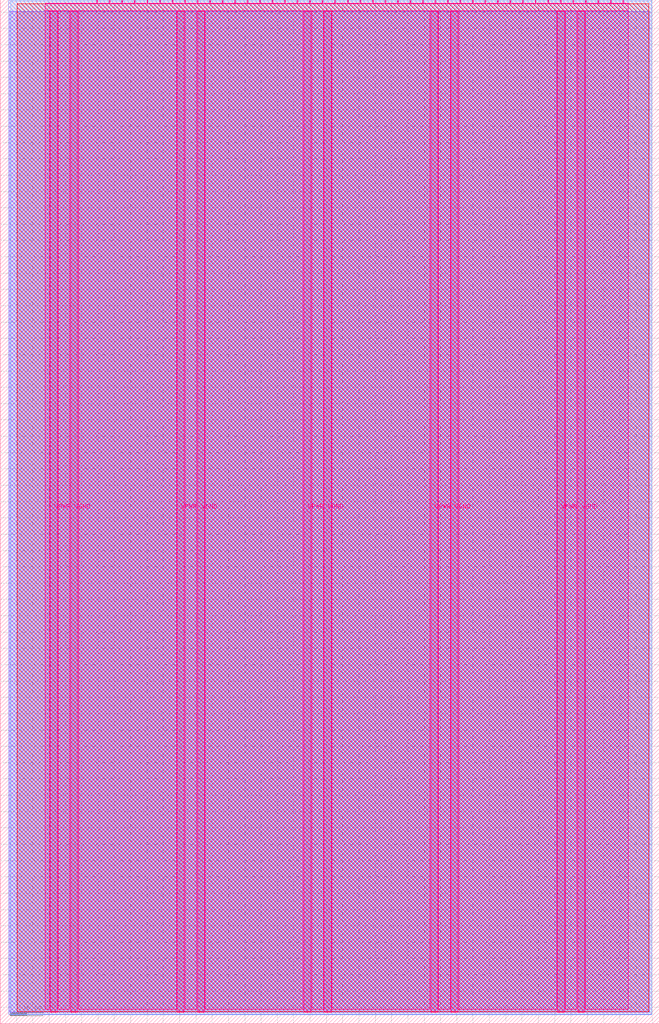
<source format=lef>
VERSION 5.7 ;
  NOWIREEXTENSIONATPIN ON ;
  DIVIDERCHAR "/" ;
  BUSBITCHARS "[]" ;
MACRO tt_um_pwm_block
  CLASS BLOCK ;
  FOREIGN tt_um_pwm_block ;
  ORIGIN 0.000 0.000 ;
  SIZE 202.080 BY 313.740 ;
  PIN VGND
    DIRECTION INOUT ;
    USE GROUND ;
    PORT
      LAYER Metal5 ;
        RECT 21.580 3.560 23.780 310.180 ;
    END
    PORT
      LAYER Metal5 ;
        RECT 60.450 3.560 62.650 310.180 ;
    END
    PORT
      LAYER Metal5 ;
        RECT 99.320 3.560 101.520 310.180 ;
    END
    PORT
      LAYER Metal5 ;
        RECT 138.190 3.560 140.390 310.180 ;
    END
    PORT
      LAYER Metal5 ;
        RECT 177.060 3.560 179.260 310.180 ;
    END
  END VGND
  PIN VPWR
    DIRECTION INOUT ;
    USE POWER ;
    PORT
      LAYER Metal5 ;
        RECT 15.380 3.560 17.580 310.180 ;
    END
    PORT
      LAYER Metal5 ;
        RECT 54.250 3.560 56.450 310.180 ;
    END
    PORT
      LAYER Metal5 ;
        RECT 93.120 3.560 95.320 310.180 ;
    END
    PORT
      LAYER Metal5 ;
        RECT 131.990 3.560 134.190 310.180 ;
    END
    PORT
      LAYER Metal5 ;
        RECT 170.860 3.560 173.060 310.180 ;
    END
  END VPWR
  PIN clk
    DIRECTION INPUT ;
    USE SIGNAL ;
    ANTENNAGATEAREA 2.038400 ;
    ANTENNADIFFAREA 6.046200 ;
    PORT
      LAYER Metal5 ;
        RECT 187.050 312.740 187.350 313.740 ;
    END
  END clk
  PIN ena
    DIRECTION INPUT ;
    USE SIGNAL ;
    PORT
      LAYER Metal5 ;
        RECT 190.890 312.740 191.190 313.740 ;
    END
  END ena
  PIN rst_n
    DIRECTION INPUT ;
    USE SIGNAL ;
    ANTENNAGATEAREA 0.314600 ;
    PORT
      LAYER Metal5 ;
        RECT 183.210 312.740 183.510 313.740 ;
    END
  END rst_n
  PIN ui_in[0]
    DIRECTION INPUT ;
    USE SIGNAL ;
    ANTENNAGATEAREA 0.180700 ;
    PORT
      LAYER Metal5 ;
        RECT 179.370 312.740 179.670 313.740 ;
    END
  END ui_in[0]
  PIN ui_in[1]
    DIRECTION INPUT ;
    USE SIGNAL ;
    ANTENNAGATEAREA 0.180700 ;
    PORT
      LAYER Metal5 ;
        RECT 175.530 312.740 175.830 313.740 ;
    END
  END ui_in[1]
  PIN ui_in[2]
    DIRECTION INPUT ;
    USE SIGNAL ;
    ANTENNAGATEAREA 0.741000 ;
    PORT
      LAYER Metal5 ;
        RECT 171.690 312.740 171.990 313.740 ;
    END
  END ui_in[2]
  PIN ui_in[3]
    DIRECTION INPUT ;
    USE SIGNAL ;
    ANTENNAGATEAREA 0.314600 ;
    PORT
      LAYER Metal5 ;
        RECT 167.850 312.740 168.150 313.740 ;
    END
  END ui_in[3]
  PIN ui_in[4]
    DIRECTION INPUT ;
    USE SIGNAL ;
    ANTENNAGATEAREA 0.314600 ;
    PORT
      LAYER Metal5 ;
        RECT 164.010 312.740 164.310 313.740 ;
    END
  END ui_in[4]
  PIN ui_in[5]
    DIRECTION INPUT ;
    USE SIGNAL ;
    ANTENNAGATEAREA 0.213200 ;
    PORT
      LAYER Metal5 ;
        RECT 160.170 312.740 160.470 313.740 ;
    END
  END ui_in[5]
  PIN ui_in[6]
    DIRECTION INPUT ;
    USE SIGNAL ;
    ANTENNAGATEAREA 0.607100 ;
    PORT
      LAYER Metal5 ;
        RECT 156.330 312.740 156.630 313.740 ;
    END
  END ui_in[6]
  PIN ui_in[7]
    DIRECTION INPUT ;
    USE SIGNAL ;
    ANTENNAGATEAREA 0.213200 ;
    PORT
      LAYER Metal5 ;
        RECT 152.490 312.740 152.790 313.740 ;
    END
  END ui_in[7]
  PIN uio_in[0]
    DIRECTION INPUT ;
    USE SIGNAL ;
    PORT
      LAYER Metal5 ;
        RECT 148.650 312.740 148.950 313.740 ;
    END
  END uio_in[0]
  PIN uio_in[1]
    DIRECTION INPUT ;
    USE SIGNAL ;
    PORT
      LAYER Metal5 ;
        RECT 144.810 312.740 145.110 313.740 ;
    END
  END uio_in[1]
  PIN uio_in[2]
    DIRECTION INPUT ;
    USE SIGNAL ;
    PORT
      LAYER Metal5 ;
        RECT 140.970 312.740 141.270 313.740 ;
    END
  END uio_in[2]
  PIN uio_in[3]
    DIRECTION INPUT ;
    USE SIGNAL ;
    PORT
      LAYER Metal5 ;
        RECT 137.130 312.740 137.430 313.740 ;
    END
  END uio_in[3]
  PIN uio_in[4]
    DIRECTION INPUT ;
    USE SIGNAL ;
    ANTENNAGATEAREA 0.213200 ;
    PORT
      LAYER Metal5 ;
        RECT 133.290 312.740 133.590 313.740 ;
    END
  END uio_in[4]
  PIN uio_in[5]
    DIRECTION INPUT ;
    USE SIGNAL ;
    PORT
      LAYER Metal5 ;
        RECT 129.450 312.740 129.750 313.740 ;
    END
  END uio_in[5]
  PIN uio_in[6]
    DIRECTION INPUT ;
    USE SIGNAL ;
    ANTENNAGATEAREA 0.180700 ;
    PORT
      LAYER Metal5 ;
        RECT 125.610 312.740 125.910 313.740 ;
    END
  END uio_in[6]
  PIN uio_in[7]
    DIRECTION INPUT ;
    USE SIGNAL ;
    ANTENNAGATEAREA 0.213200 ;
    PORT
      LAYER Metal5 ;
        RECT 121.770 312.740 122.070 313.740 ;
    END
  END uio_in[7]
  PIN uio_oe[0]
    DIRECTION OUTPUT ;
    USE SIGNAL ;
    ANTENNADIFFAREA 0.392700 ;
    PORT
      LAYER Metal5 ;
        RECT 56.490 312.740 56.790 313.740 ;
    END
  END uio_oe[0]
  PIN uio_oe[1]
    DIRECTION OUTPUT ;
    USE SIGNAL ;
    ANTENNADIFFAREA 0.392700 ;
    PORT
      LAYER Metal5 ;
        RECT 52.650 312.740 52.950 313.740 ;
    END
  END uio_oe[1]
  PIN uio_oe[2]
    DIRECTION OUTPUT ;
    USE SIGNAL ;
    ANTENNADIFFAREA 0.392700 ;
    PORT
      LAYER Metal5 ;
        RECT 48.810 312.740 49.110 313.740 ;
    END
  END uio_oe[2]
  PIN uio_oe[3]
    DIRECTION OUTPUT ;
    USE SIGNAL ;
    ANTENNADIFFAREA 0.392700 ;
    PORT
      LAYER Metal5 ;
        RECT 44.970 312.740 45.270 313.740 ;
    END
  END uio_oe[3]
  PIN uio_oe[4]
    DIRECTION OUTPUT ;
    USE SIGNAL ;
    ANTENNADIFFAREA 0.299200 ;
    PORT
      LAYER Metal5 ;
        RECT 41.130 312.740 41.430 313.740 ;
    END
  END uio_oe[4]
  PIN uio_oe[5]
    DIRECTION OUTPUT ;
    USE SIGNAL ;
    ANTENNADIFFAREA 0.392700 ;
    PORT
      LAYER Metal5 ;
        RECT 37.290 312.740 37.590 313.740 ;
    END
  END uio_oe[5]
  PIN uio_oe[6]
    DIRECTION OUTPUT ;
    USE SIGNAL ;
    ANTENNADIFFAREA 0.299200 ;
    PORT
      LAYER Metal5 ;
        RECT 33.450 312.740 33.750 313.740 ;
    END
  END uio_oe[6]
  PIN uio_oe[7]
    DIRECTION OUTPUT ;
    USE SIGNAL ;
    ANTENNADIFFAREA 0.299200 ;
    PORT
      LAYER Metal5 ;
        RECT 29.610 312.740 29.910 313.740 ;
    END
  END uio_oe[7]
  PIN uio_out[0]
    DIRECTION OUTPUT ;
    USE SIGNAL ;
    ANTENNADIFFAREA 0.654800 ;
    PORT
      LAYER Metal5 ;
        RECT 87.210 312.740 87.510 313.740 ;
    END
  END uio_out[0]
  PIN uio_out[1]
    DIRECTION OUTPUT ;
    USE SIGNAL ;
    ANTENNADIFFAREA 0.299200 ;
    PORT
      LAYER Metal5 ;
        RECT 83.370 312.740 83.670 313.740 ;
    END
  END uio_out[1]
  PIN uio_out[2]
    DIRECTION OUTPUT ;
    USE SIGNAL ;
    ANTENNADIFFAREA 0.299200 ;
    PORT
      LAYER Metal5 ;
        RECT 79.530 312.740 79.830 313.740 ;
    END
  END uio_out[2]
  PIN uio_out[3]
    DIRECTION OUTPUT ;
    USE SIGNAL ;
    ANTENNADIFFAREA 1.432200 ;
    PORT
      LAYER Metal5 ;
        RECT 75.690 312.740 75.990 313.740 ;
    END
  END uio_out[3]
  PIN uio_out[4]
    DIRECTION OUTPUT ;
    USE SIGNAL ;
    ANTENNADIFFAREA 0.299200 ;
    PORT
      LAYER Metal5 ;
        RECT 71.850 312.740 72.150 313.740 ;
    END
  END uio_out[4]
  PIN uio_out[5]
    DIRECTION OUTPUT ;
    USE SIGNAL ;
    ANTENNADIFFAREA 0.299200 ;
    PORT
      LAYER Metal5 ;
        RECT 68.010 312.740 68.310 313.740 ;
    END
  END uio_out[5]
  PIN uio_out[6]
    DIRECTION OUTPUT ;
    USE SIGNAL ;
    ANTENNADIFFAREA 0.299200 ;
    PORT
      LAYER Metal5 ;
        RECT 64.170 312.740 64.470 313.740 ;
    END
  END uio_out[6]
  PIN uio_out[7]
    DIRECTION OUTPUT ;
    USE SIGNAL ;
    ANTENNADIFFAREA 0.299200 ;
    PORT
      LAYER Metal5 ;
        RECT 60.330 312.740 60.630 313.740 ;
    END
  END uio_out[7]
  PIN uo_out[0]
    DIRECTION OUTPUT ;
    USE SIGNAL ;
    ANTENNADIFFAREA 0.632400 ;
    PORT
      LAYER Metal5 ;
        RECT 117.930 312.740 118.230 313.740 ;
    END
  END uo_out[0]
  PIN uo_out[1]
    DIRECTION OUTPUT ;
    USE SIGNAL ;
    ANTENNADIFFAREA 0.632400 ;
    PORT
      LAYER Metal5 ;
        RECT 114.090 312.740 114.390 313.740 ;
    END
  END uo_out[1]
  PIN uo_out[2]
    DIRECTION OUTPUT ;
    USE SIGNAL ;
    ANTENNADIFFAREA 0.632400 ;
    PORT
      LAYER Metal5 ;
        RECT 110.250 312.740 110.550 313.740 ;
    END
  END uo_out[2]
  PIN uo_out[3]
    DIRECTION OUTPUT ;
    USE SIGNAL ;
    ANTENNADIFFAREA 1.102800 ;
    PORT
      LAYER Metal5 ;
        RECT 106.410 312.740 106.710 313.740 ;
    END
  END uo_out[3]
  PIN uo_out[4]
    DIRECTION OUTPUT ;
    USE SIGNAL ;
    ANTENNADIFFAREA 1.102800 ;
    PORT
      LAYER Metal5 ;
        RECT 102.570 312.740 102.870 313.740 ;
    END
  END uo_out[4]
  PIN uo_out[5]
    DIRECTION OUTPUT ;
    USE SIGNAL ;
    ANTENNADIFFAREA 1.102800 ;
    PORT
      LAYER Metal5 ;
        RECT 98.730 312.740 99.030 313.740 ;
    END
  END uo_out[5]
  PIN uo_out[6]
    DIRECTION OUTPUT ;
    USE SIGNAL ;
    ANTENNADIFFAREA 1.102800 ;
    PORT
      LAYER Metal5 ;
        RECT 94.890 312.740 95.190 313.740 ;
    END
  END uo_out[6]
  PIN uo_out[7]
    DIRECTION OUTPUT ;
    USE SIGNAL ;
    ANTENNADIFFAREA 1.102800 ;
    PORT
      LAYER Metal5 ;
        RECT 91.050 312.740 91.350 313.740 ;
    END
  END uo_out[7]
  OBS
      LAYER GatPoly ;
        RECT 2.880 3.630 199.200 310.110 ;
      LAYER Metal1 ;
        RECT 2.880 3.560 199.200 310.180 ;
      LAYER Metal2 ;
        RECT 2.605 2.840 199.825 313.420 ;
      LAYER Metal3 ;
        RECT 3.260 2.795 199.780 313.465 ;
      LAYER Metal4 ;
        RECT 5.135 3.680 198.865 312.580 ;
      LAYER Metal5 ;
        RECT 13.820 312.530 29.400 312.740 ;
        RECT 30.120 312.530 33.240 312.740 ;
        RECT 33.960 312.530 37.080 312.740 ;
        RECT 37.800 312.530 40.920 312.740 ;
        RECT 41.640 312.530 44.760 312.740 ;
        RECT 45.480 312.530 48.600 312.740 ;
        RECT 49.320 312.530 52.440 312.740 ;
        RECT 53.160 312.530 56.280 312.740 ;
        RECT 57.000 312.530 60.120 312.740 ;
        RECT 60.840 312.530 63.960 312.740 ;
        RECT 64.680 312.530 67.800 312.740 ;
        RECT 68.520 312.530 71.640 312.740 ;
        RECT 72.360 312.530 75.480 312.740 ;
        RECT 76.200 312.530 79.320 312.740 ;
        RECT 80.040 312.530 83.160 312.740 ;
        RECT 83.880 312.530 87.000 312.740 ;
        RECT 87.720 312.530 90.840 312.740 ;
        RECT 91.560 312.530 94.680 312.740 ;
        RECT 95.400 312.530 98.520 312.740 ;
        RECT 99.240 312.530 102.360 312.740 ;
        RECT 103.080 312.530 106.200 312.740 ;
        RECT 106.920 312.530 110.040 312.740 ;
        RECT 110.760 312.530 113.880 312.740 ;
        RECT 114.600 312.530 117.720 312.740 ;
        RECT 118.440 312.530 121.560 312.740 ;
        RECT 122.280 312.530 125.400 312.740 ;
        RECT 126.120 312.530 129.240 312.740 ;
        RECT 129.960 312.530 133.080 312.740 ;
        RECT 133.800 312.530 136.920 312.740 ;
        RECT 137.640 312.530 140.760 312.740 ;
        RECT 141.480 312.530 144.600 312.740 ;
        RECT 145.320 312.530 148.440 312.740 ;
        RECT 149.160 312.530 152.280 312.740 ;
        RECT 153.000 312.530 156.120 312.740 ;
        RECT 156.840 312.530 159.960 312.740 ;
        RECT 160.680 312.530 163.800 312.740 ;
        RECT 164.520 312.530 167.640 312.740 ;
        RECT 168.360 312.530 171.480 312.740 ;
        RECT 172.200 312.530 175.320 312.740 ;
        RECT 176.040 312.530 179.160 312.740 ;
        RECT 179.880 312.530 183.000 312.740 ;
        RECT 183.720 312.530 186.840 312.740 ;
        RECT 187.560 312.530 190.680 312.740 ;
        RECT 191.400 312.530 192.580 312.740 ;
        RECT 13.820 310.390 192.580 312.530 ;
        RECT 13.820 4.475 15.170 310.390 ;
        RECT 17.790 4.475 21.370 310.390 ;
        RECT 23.990 4.475 54.040 310.390 ;
        RECT 56.660 4.475 60.240 310.390 ;
        RECT 62.860 4.475 92.910 310.390 ;
        RECT 95.530 4.475 99.110 310.390 ;
        RECT 101.730 4.475 131.780 310.390 ;
        RECT 134.400 4.475 137.980 310.390 ;
        RECT 140.600 4.475 170.650 310.390 ;
        RECT 173.270 4.475 176.850 310.390 ;
        RECT 179.470 4.475 192.580 310.390 ;
  END
END tt_um_pwm_block
END LIBRARY


</source>
